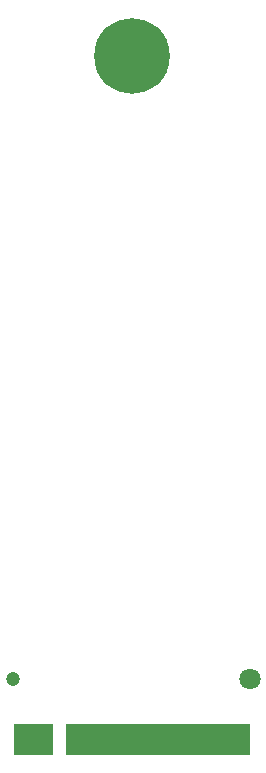
<source format=gbr>
%TF.GenerationSoftware,KiCad,Pcbnew,7.0.5*%
%TF.CreationDate,2023-09-25T03:15:30-05:00*%
%TF.ProjectId,Chimera_Nimean,4368696d-6572-4615-9f4e-696d65616e2e,rev?*%
%TF.SameCoordinates,Original*%
%TF.FileFunction,Soldermask,Bot*%
%TF.FilePolarity,Negative*%
%FSLAX46Y46*%
G04 Gerber Fmt 4.6, Leading zero omitted, Abs format (unit mm)*
G04 Created by KiCad (PCBNEW 7.0.5) date 2023-09-25 03:15:30*
%MOMM*%
%LPD*%
G01*
G04 APERTURE LIST*
%ADD10C,0.100000*%
%ADD11C,6.400000*%
%ADD12C,3.600000*%
%ADD13C,1.200000*%
%ADD14C,1.800000*%
G04 APERTURE END LIST*
%TO.C,U2*%
D10*
X148275000Y-130100000D02*
X145075000Y-130100000D01*
X145075000Y-127600000D01*
X148275000Y-127600000D01*
X148275000Y-130100000D01*
G36*
X148275000Y-130100000D02*
G01*
X145075000Y-130100000D01*
X145075000Y-127600000D01*
X148275000Y-127600000D01*
X148275000Y-130100000D01*
G37*
X164925000Y-130100000D02*
X149475000Y-130100000D01*
X149475000Y-127600000D01*
X164925000Y-127600000D01*
X164925000Y-130100000D01*
G36*
X164925000Y-130100000D02*
G01*
X149475000Y-130100000D01*
X149475000Y-127600000D01*
X164925000Y-127600000D01*
X164925000Y-130100000D01*
G37*
%TD*%
D11*
%TO.C,H1*%
X155000000Y-71000000D03*
D12*
X155000000Y-71000000D03*
%TD*%
D13*
%TO.C,CN1*%
X145000064Y-123774829D03*
D14*
X165000064Y-123774829D03*
%TD*%
M02*

</source>
